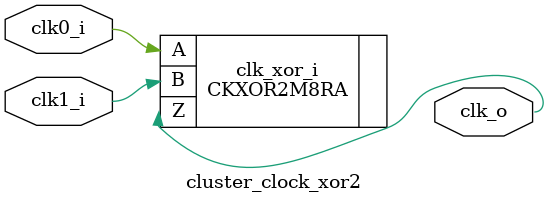
<source format=sv>
/* Copyright (C) 2017 ETH Zurich, University of Bologna
 * All rights reserved.
 *
 * This code is under development and not yet released to the public.
 * Until it is released, the code is under the copyright of ETH Zurich and
 * the University of Bologna, and may contain confidential and/or unpublished 
 * work. Any reuse/redistribution is strictly forbidden without written
 * permission from ETH Zurich.
 *
 * Bug fixes and contributions will eventually be released under the
 * SolderPad open hardware license in the context of the PULP platform
 * (http://www.pulp-platform.org), under the copyright of ETH Zurich and the
 * University of Bologna.
 */

// Regular VT
// CKXOR2M1RA, CKXOR2M2RA, CKXOR2M4RA
// CKXOR2M8RA, CKXOR2M12RA

// Low VT
// CKXOR2M1WA, CKXOR2M2WA, CKXOR2M4WA
// CKXOR2M8WA, CKXOR2M12WA

// High VT
// CKXOR2M1SA, CKXOR2M2SA, CKXOR2M4SA
// CKXOR2M8SA, CKXOR2M12SA

module cluster_clock_xor2
  (
   input  logic clk0_i,
   input  logic clk1_i,
   output logic clk_o
   );
   

   CKXOR2M8RA
     clk_xor_i (
		.Z(clk_o),
		.A(clk0_i),
		.B(clk1_i) 
		);

   
endmodule

</source>
